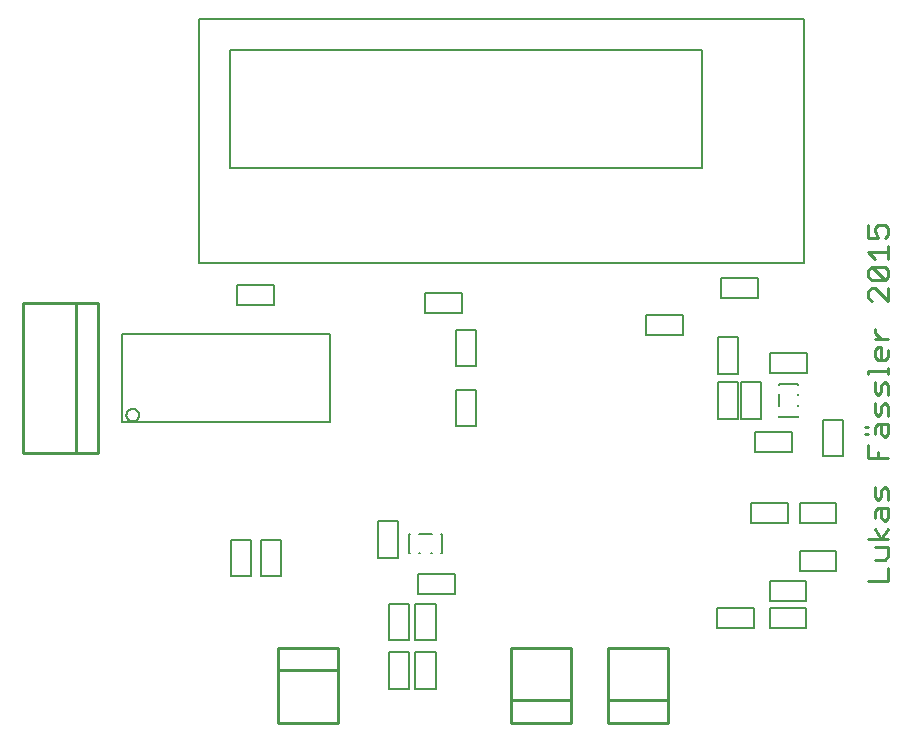
<source format=gto>
G75*
%MOIN*%
%OFA0B0*%
%FSLAX25Y25*%
%IPPOS*%
%LPD*%
%AMOC8*
5,1,8,0,0,1.08239X$1,22.5*
%
%ADD10C,0.01000*%
%ADD11C,0.00591*%
%ADD12C,0.00600*%
%ADD13C,0.00800*%
D10*
X0095500Y0010500D02*
X0095500Y0028000D01*
X0115500Y0028000D01*
X0115500Y0010500D01*
X0095500Y0010500D01*
X0095500Y0028000D02*
X0095500Y0035500D01*
X0115500Y0035500D01*
X0115500Y0028000D01*
X0173000Y0035500D02*
X0173000Y0018000D01*
X0193000Y0018000D01*
X0193000Y0010500D01*
X0173000Y0010500D01*
X0173000Y0018000D01*
X0193000Y0018000D02*
X0193000Y0035500D01*
X0173000Y0035500D01*
X0205500Y0035500D02*
X0205500Y0018000D01*
X0225500Y0018000D01*
X0225500Y0010500D01*
X0205500Y0010500D01*
X0205500Y0018000D01*
X0205500Y0035500D02*
X0225500Y0035500D01*
X0225500Y0018000D01*
X0292194Y0057851D02*
X0298800Y0057851D01*
X0298800Y0062255D01*
X0297699Y0064849D02*
X0298800Y0065950D01*
X0298800Y0069253D01*
X0294396Y0069253D01*
X0292194Y0071847D02*
X0298800Y0071847D01*
X0296598Y0071847D02*
X0294396Y0075150D01*
X0294396Y0078779D02*
X0294396Y0080981D01*
X0295497Y0082082D01*
X0298800Y0082082D01*
X0298800Y0078779D01*
X0297699Y0077678D01*
X0296598Y0078779D01*
X0296598Y0082082D01*
X0295497Y0084676D02*
X0294396Y0085777D01*
X0294396Y0089080D01*
X0296598Y0087979D02*
X0296598Y0085777D01*
X0295497Y0084676D01*
X0298800Y0084676D02*
X0298800Y0087979D01*
X0297699Y0089080D01*
X0296598Y0087979D01*
X0295497Y0098672D02*
X0295497Y0100874D01*
X0292194Y0098672D02*
X0292194Y0103076D01*
X0296598Y0106771D02*
X0297699Y0105670D01*
X0298800Y0106771D01*
X0298800Y0110074D01*
X0295497Y0110074D01*
X0294396Y0108973D01*
X0294396Y0106771D01*
X0292194Y0106771D02*
X0291093Y0106771D01*
X0291093Y0108973D02*
X0292194Y0108973D01*
X0296598Y0110074D02*
X0296598Y0106771D01*
X0295497Y0112668D02*
X0294396Y0113769D01*
X0294396Y0117072D01*
X0296598Y0115971D02*
X0296598Y0113769D01*
X0295497Y0112668D01*
X0298800Y0112668D02*
X0298800Y0115971D01*
X0297699Y0117072D01*
X0296598Y0115971D01*
X0295497Y0119666D02*
X0294396Y0120767D01*
X0294396Y0124070D01*
X0296598Y0122969D02*
X0296598Y0120767D01*
X0295497Y0119666D01*
X0298800Y0119666D02*
X0298800Y0122969D01*
X0297699Y0124070D01*
X0296598Y0122969D01*
X0298800Y0126664D02*
X0298800Y0128866D01*
X0298800Y0127765D02*
X0292194Y0127765D01*
X0292194Y0126664D01*
X0295497Y0131330D02*
X0294396Y0132430D01*
X0294396Y0134632D01*
X0295497Y0135733D01*
X0296598Y0135733D01*
X0296598Y0131330D01*
X0297699Y0131330D02*
X0295497Y0131330D01*
X0297699Y0131330D02*
X0298800Y0132430D01*
X0298800Y0134632D01*
X0298800Y0138327D02*
X0294396Y0138327D01*
X0296598Y0138327D02*
X0294396Y0140529D01*
X0294396Y0141630D01*
X0293295Y0151157D02*
X0292194Y0152258D01*
X0292194Y0154460D01*
X0293295Y0155561D01*
X0294396Y0155561D01*
X0298800Y0151157D01*
X0298800Y0155561D01*
X0297699Y0158155D02*
X0293295Y0162559D01*
X0297699Y0162559D01*
X0298800Y0161458D01*
X0298800Y0159256D01*
X0297699Y0158155D01*
X0293295Y0158155D01*
X0292194Y0159256D01*
X0292194Y0161458D01*
X0293295Y0162559D01*
X0294396Y0165153D02*
X0292194Y0167355D01*
X0298800Y0167355D01*
X0298800Y0165153D02*
X0298800Y0169557D01*
X0297699Y0172151D02*
X0298800Y0173252D01*
X0298800Y0175454D01*
X0297699Y0176555D01*
X0295497Y0176555D01*
X0294396Y0175454D01*
X0294396Y0174353D01*
X0295497Y0172151D01*
X0292194Y0172151D01*
X0292194Y0176555D01*
X0292194Y0098672D02*
X0298800Y0098672D01*
X0298800Y0075150D02*
X0296598Y0071847D01*
X0297699Y0064849D02*
X0294396Y0064849D01*
X0035500Y0100500D02*
X0028000Y0100500D01*
X0028000Y0150500D01*
X0035500Y0150500D01*
X0035500Y0100500D01*
X0028000Y0100500D02*
X0010500Y0100500D01*
X0010500Y0150500D01*
X0028000Y0150500D01*
D11*
X0079654Y0059398D02*
X0086346Y0059398D01*
X0086346Y0071602D01*
X0079654Y0071602D01*
X0079654Y0059398D01*
X0089654Y0059398D02*
X0096346Y0059398D01*
X0096346Y0071602D01*
X0089654Y0071602D01*
X0089654Y0059398D01*
X0128758Y0065539D02*
X0135451Y0065539D01*
X0135451Y0077744D01*
X0128758Y0077744D01*
X0128758Y0065539D01*
X0142252Y0059988D02*
X0142252Y0053295D01*
X0154457Y0053295D01*
X0154457Y0059988D01*
X0142252Y0059988D01*
X0141258Y0050244D02*
X0141258Y0038039D01*
X0147951Y0038039D01*
X0147951Y0050244D01*
X0141258Y0050244D01*
X0139201Y0050244D02*
X0132508Y0050244D01*
X0132508Y0038039D01*
X0139201Y0038039D01*
X0139201Y0050244D01*
X0139201Y0033994D02*
X0132508Y0033994D01*
X0132508Y0021789D01*
X0139201Y0021789D01*
X0139201Y0033994D01*
X0141258Y0033994D02*
X0141258Y0021789D01*
X0147951Y0021789D01*
X0147951Y0033994D01*
X0141258Y0033994D01*
X0154654Y0109398D02*
X0161346Y0109398D01*
X0161346Y0121602D01*
X0154654Y0121602D01*
X0154654Y0109398D01*
X0154654Y0129398D02*
X0161346Y0129398D01*
X0161346Y0141602D01*
X0154654Y0141602D01*
X0154654Y0129398D01*
X0156602Y0147154D02*
X0144398Y0147154D01*
X0144398Y0153846D01*
X0156602Y0153846D01*
X0156602Y0147154D01*
X0218148Y0146346D02*
X0218148Y0139654D01*
X0230352Y0139654D01*
X0230352Y0146346D01*
X0218148Y0146346D01*
X0242154Y0139102D02*
X0248846Y0139102D01*
X0248846Y0126898D01*
X0242154Y0126898D01*
X0242154Y0139102D01*
X0243148Y0152154D02*
X0255352Y0152154D01*
X0255352Y0158846D01*
X0243148Y0158846D01*
X0243148Y0152154D01*
X0259398Y0133846D02*
X0259398Y0127154D01*
X0271602Y0127154D01*
X0271602Y0133846D01*
X0259398Y0133846D01*
X0256346Y0124102D02*
X0249654Y0124102D01*
X0249654Y0111898D01*
X0256346Y0111898D01*
X0256346Y0124102D01*
X0248846Y0124102D02*
X0242154Y0124102D01*
X0242154Y0111898D01*
X0248846Y0111898D01*
X0248846Y0124102D01*
X0254398Y0107596D02*
X0254398Y0100904D01*
X0266602Y0100904D01*
X0266602Y0107596D01*
X0254398Y0107596D01*
X0277154Y0111602D02*
X0277154Y0099398D01*
X0283846Y0099398D01*
X0283846Y0111602D01*
X0277154Y0111602D01*
X0281573Y0083906D02*
X0269368Y0083906D01*
X0269368Y0077213D01*
X0281573Y0077213D01*
X0281573Y0083906D01*
X0265352Y0083846D02*
X0265352Y0077154D01*
X0253148Y0077154D01*
X0253148Y0083846D01*
X0265352Y0083846D01*
X0269368Y0067656D02*
X0269368Y0060963D01*
X0281573Y0060963D01*
X0281573Y0067656D01*
X0269368Y0067656D01*
X0271573Y0057656D02*
X0259368Y0057656D01*
X0259368Y0050963D01*
X0271573Y0050963D01*
X0271573Y0057656D01*
X0271573Y0048906D02*
X0259368Y0048906D01*
X0259368Y0042213D01*
X0271573Y0042213D01*
X0271573Y0048906D01*
X0254102Y0048846D02*
X0254102Y0042154D01*
X0241898Y0042154D01*
X0241898Y0048846D01*
X0254102Y0048846D01*
X0094102Y0149654D02*
X0094102Y0156346D01*
X0081898Y0156346D01*
X0081898Y0149654D01*
X0094102Y0149654D01*
D12*
X0112800Y0140119D02*
X0043300Y0140119D01*
X0043300Y0110881D01*
X0112800Y0110881D01*
X0112800Y0140119D01*
X0044900Y0113100D02*
X0044902Y0113192D01*
X0044908Y0113283D01*
X0044918Y0113374D01*
X0044932Y0113465D01*
X0044950Y0113555D01*
X0044972Y0113644D01*
X0044997Y0113731D01*
X0045027Y0113818D01*
X0045060Y0113904D01*
X0045097Y0113987D01*
X0045137Y0114070D01*
X0045181Y0114150D01*
X0045229Y0114228D01*
X0045280Y0114305D01*
X0045334Y0114378D01*
X0045391Y0114450D01*
X0045452Y0114519D01*
X0045515Y0114585D01*
X0045581Y0114648D01*
X0045650Y0114709D01*
X0045722Y0114766D01*
X0045795Y0114820D01*
X0045872Y0114871D01*
X0045950Y0114919D01*
X0046030Y0114963D01*
X0046113Y0115003D01*
X0046196Y0115040D01*
X0046282Y0115073D01*
X0046369Y0115103D01*
X0046456Y0115128D01*
X0046545Y0115150D01*
X0046635Y0115168D01*
X0046726Y0115182D01*
X0046817Y0115192D01*
X0046908Y0115198D01*
X0047000Y0115200D01*
X0047092Y0115198D01*
X0047183Y0115192D01*
X0047274Y0115182D01*
X0047365Y0115168D01*
X0047455Y0115150D01*
X0047544Y0115128D01*
X0047631Y0115103D01*
X0047718Y0115073D01*
X0047804Y0115040D01*
X0047887Y0115003D01*
X0047970Y0114963D01*
X0048050Y0114919D01*
X0048128Y0114871D01*
X0048205Y0114820D01*
X0048278Y0114766D01*
X0048350Y0114709D01*
X0048419Y0114648D01*
X0048485Y0114585D01*
X0048548Y0114519D01*
X0048609Y0114450D01*
X0048666Y0114378D01*
X0048720Y0114305D01*
X0048771Y0114228D01*
X0048819Y0114150D01*
X0048863Y0114070D01*
X0048903Y0113987D01*
X0048940Y0113904D01*
X0048973Y0113818D01*
X0049003Y0113731D01*
X0049028Y0113644D01*
X0049050Y0113555D01*
X0049068Y0113465D01*
X0049082Y0113374D01*
X0049092Y0113283D01*
X0049098Y0113192D01*
X0049100Y0113100D01*
X0049098Y0113008D01*
X0049092Y0112917D01*
X0049082Y0112826D01*
X0049068Y0112735D01*
X0049050Y0112645D01*
X0049028Y0112556D01*
X0049003Y0112469D01*
X0048973Y0112382D01*
X0048940Y0112296D01*
X0048903Y0112213D01*
X0048863Y0112130D01*
X0048819Y0112050D01*
X0048771Y0111972D01*
X0048720Y0111895D01*
X0048666Y0111822D01*
X0048609Y0111750D01*
X0048548Y0111681D01*
X0048485Y0111615D01*
X0048419Y0111552D01*
X0048350Y0111491D01*
X0048278Y0111434D01*
X0048205Y0111380D01*
X0048128Y0111329D01*
X0048050Y0111281D01*
X0047970Y0111237D01*
X0047887Y0111197D01*
X0047804Y0111160D01*
X0047718Y0111127D01*
X0047631Y0111097D01*
X0047544Y0111072D01*
X0047455Y0111050D01*
X0047365Y0111032D01*
X0047274Y0111018D01*
X0047183Y0111008D01*
X0047092Y0111002D01*
X0047000Y0111000D01*
X0046908Y0111002D01*
X0046817Y0111008D01*
X0046726Y0111018D01*
X0046635Y0111032D01*
X0046545Y0111050D01*
X0046456Y0111072D01*
X0046369Y0111097D01*
X0046282Y0111127D01*
X0046196Y0111160D01*
X0046113Y0111197D01*
X0046030Y0111237D01*
X0045950Y0111281D01*
X0045872Y0111329D01*
X0045795Y0111380D01*
X0045722Y0111434D01*
X0045650Y0111491D01*
X0045581Y0111552D01*
X0045515Y0111615D01*
X0045452Y0111681D01*
X0045391Y0111750D01*
X0045334Y0111822D01*
X0045280Y0111895D01*
X0045229Y0111972D01*
X0045181Y0112050D01*
X0045137Y0112130D01*
X0045097Y0112213D01*
X0045060Y0112296D01*
X0045027Y0112382D01*
X0044997Y0112469D01*
X0044972Y0112556D01*
X0044950Y0112645D01*
X0044932Y0112735D01*
X0044918Y0112826D01*
X0044908Y0112917D01*
X0044902Y0113008D01*
X0044900Y0113100D01*
X0139006Y0073581D02*
X0139006Y0067203D01*
X0139376Y0067203D01*
X0142549Y0067203D02*
X0142919Y0067203D01*
X0146289Y0067203D02*
X0146659Y0067203D01*
X0149833Y0067203D02*
X0150203Y0067203D01*
X0150203Y0073581D01*
X0149833Y0073581D01*
X0146659Y0073581D02*
X0142549Y0073581D01*
X0139376Y0073581D02*
X0139006Y0073581D01*
X0262311Y0112402D02*
X0262311Y0112772D01*
X0262311Y0112402D02*
X0268689Y0112402D01*
X0268689Y0112772D01*
X0268689Y0115945D02*
X0268689Y0116315D01*
X0268689Y0119685D02*
X0268689Y0120055D01*
X0268689Y0123228D02*
X0268689Y0123598D01*
X0262311Y0123598D01*
X0262311Y0123228D01*
X0262311Y0120055D02*
X0262311Y0115945D01*
D13*
X0270736Y0163650D02*
X0069161Y0163650D01*
X0069161Y0245146D01*
X0270736Y0245146D01*
X0270736Y0163650D01*
X0236878Y0195539D02*
X0079398Y0195539D01*
X0079398Y0234909D01*
X0236878Y0234909D01*
X0236878Y0195539D01*
M02*

</source>
